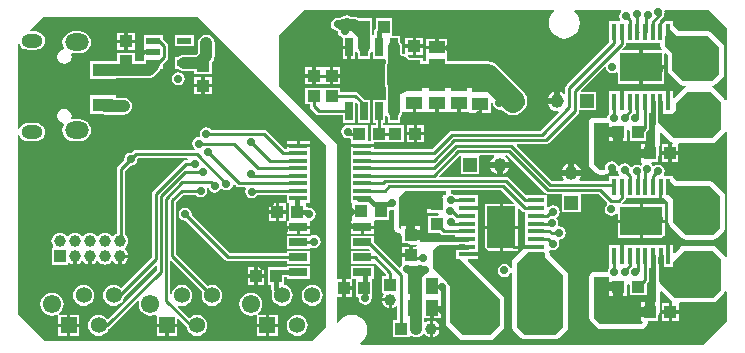
<source format=gbl>
G04*
G04 #@! TF.GenerationSoftware,Altium Limited,Altium Designer,18.1.9 (240)*
G04*
G04 Layer_Physical_Order=4*
G04 Layer_Color=16711680*
%FSLAX25Y25*%
%MOIN*%
G70*
G01*
G75*
%ADD12C,0.01575*%
%ADD16C,0.01000*%
%ADD17R,0.03937X0.04331*%
%ADD23R,0.04331X0.05512*%
%ADD24R,0.04331X0.03937*%
%ADD62C,0.03937*%
%ADD63C,0.02362*%
%ADD65C,0.07874*%
%ADD68R,0.05347X0.05347*%
%ADD69C,0.05347*%
%ADD70C,0.06102*%
%ADD71R,0.04528X0.04528*%
%ADD72C,0.04528*%
%ADD73R,0.04528X0.04528*%
%ADD74O,0.07874X0.05709*%
%ADD75O,0.07087X0.04528*%
%ADD76C,0.03937*%
%ADD77R,0.03937X0.03937*%
%ADD78R,0.03937X0.03937*%
%ADD79C,0.02756*%
%ADD80R,0.05512X0.04331*%
%ADD81R,0.02559X0.06004*%
%ADD82R,0.06004X0.02559*%
%ADD83R,0.06016X0.01713*%
%ADD84R,0.09685X0.13976*%
%ADD85R,0.05807X0.01772*%
%ADD86R,0.13976X0.09685*%
%ADD87R,0.01772X0.05807*%
%ADD88R,0.04803X0.02362*%
%ADD89R,0.06890X0.04488*%
G36*
X204107Y114165D02*
X203951Y114061D01*
X203472Y113345D01*
X203304Y112500D01*
X203472Y111655D01*
X203690Y111329D01*
X203423Y110829D01*
X200000D01*
Y103825D01*
X185784Y89609D01*
X185500Y89183D01*
X185400Y88681D01*
Y86819D01*
X184900Y86660D01*
X184323Y87103D01*
X183661Y87377D01*
Y84252D01*
X182677D01*
Y83268D01*
X179552D01*
X179826Y82606D01*
X180349Y81924D01*
X181031Y81401D01*
X181825Y81072D01*
X182677Y80960D01*
X183075Y81012D01*
X183308Y80539D01*
X176964Y74195D01*
X147484D01*
X146981Y74095D01*
X146555Y73810D01*
X140940Y68195D01*
X121555D01*
Y68787D01*
X113965D01*
Y67734D01*
Y65238D01*
Y62734D01*
Y60238D01*
Y57734D01*
Y55238D01*
Y52734D01*
Y50238D01*
X114370D01*
Y48031D01*
X117126D01*
Y46850D01*
X114370D01*
Y44713D01*
X114370Y44488D01*
X113984Y44213D01*
X113974D01*
Y42736D01*
X121553D01*
Y43988D01*
X121553Y44213D01*
X121939Y44488D01*
X126575D01*
Y47655D01*
X127075Y48066D01*
X127461Y47989D01*
X127858Y48068D01*
X128245Y47751D01*
X128245Y42126D01*
X128245Y42126D01*
X128322Y41735D01*
X128367Y41511D01*
X128715Y40991D01*
X128715Y40991D01*
X129096Y40610D01*
X129096Y40610D01*
X129616Y40262D01*
X130231Y40140D01*
X130678Y39719D01*
Y39567D01*
X130800Y38952D01*
X130905Y38795D01*
Y36811D01*
X132791D01*
X133244Y36509D01*
X133858Y36386D01*
X135705D01*
X135925Y36130D01*
X135730Y35630D01*
X134449D01*
Y32874D01*
X133858D01*
Y32283D01*
X130905D01*
Y30118D01*
X130905Y30118D01*
X130956Y29618D01*
X130539Y28995D01*
X130512Y28858D01*
X130033Y28713D01*
X121553Y37193D01*
Y39213D01*
X113974D01*
Y35079D01*
X119955D01*
X120359Y34675D01*
X120168Y34213D01*
X113974D01*
Y30079D01*
X121553D01*
Y30079D01*
X122010Y30268D01*
X125754Y26523D01*
Y25768D01*
X124311D01*
Y20256D01*
X124685D01*
X124932Y19756D01*
X124660Y19402D01*
X124382Y18731D01*
X124365Y18602D01*
X127067D01*
Y18012D01*
X127657D01*
Y15310D01*
X127786Y15327D01*
X128457Y15605D01*
X128916Y15957D01*
X129416Y15786D01*
Y11122D01*
X127972D01*
Y5610D01*
X133484D01*
Y5984D01*
X133984Y6231D01*
X134338Y5959D01*
X135009Y5681D01*
X135728Y5587D01*
X136448Y5681D01*
X137118Y5959D01*
X137694Y6401D01*
X137919Y6694D01*
X138538D01*
X138763Y6401D01*
X139339Y5959D01*
X140009Y5681D01*
X140138Y5664D01*
Y8366D01*
Y11068D01*
X140009Y11051D01*
X139339Y10773D01*
X138910Y10444D01*
X138410Y10644D01*
Y11811D01*
X140354D01*
Y15354D01*
X140945D01*
Y15945D01*
X143898D01*
Y18898D01*
X143898D01*
Y18898D01*
X143898D01*
Y21850D01*
X140945D01*
Y23031D01*
X144304D01*
X144360Y23055D01*
X144503Y22911D01*
X144634Y22824D01*
X144772Y22686D01*
X144860Y22554D01*
X145442Y21973D01*
Y10236D01*
X145442Y10236D01*
X145564Y9622D01*
X145912Y9101D01*
X150046Y4967D01*
X150567Y4619D01*
X151181Y4497D01*
X151181Y4497D01*
X160236D01*
X160851Y4619D01*
X161372Y4967D01*
X161372Y4967D01*
X164620Y8215D01*
X164968Y8736D01*
X165090Y9350D01*
X165090Y9350D01*
X165090Y18110D01*
X165090Y18110D01*
X164968Y18725D01*
X164620Y19246D01*
X152831Y31034D01*
X153022Y31496D01*
X156226D01*
Y32579D01*
X152535D01*
Y33638D01*
X152639Y33707D01*
X152649Y33723D01*
X152665Y33734D01*
X152690Y33760D01*
X156226D01*
Y34055D01*
Y36614D01*
Y39173D01*
Y41732D01*
Y44291D01*
Y46850D01*
Y47933D01*
X152535D01*
Y49114D01*
X156226D01*
Y49409D01*
Y52756D01*
X148845D01*
X148424Y52949D01*
X148018Y53221D01*
X147204Y53383D01*
Y54378D01*
X147297Y54491D01*
X164027D01*
X168154Y50363D01*
X167963Y49902D01*
X164693D01*
Y42717D01*
X169732D01*
Y48132D01*
X170194Y48324D01*
X170922Y47596D01*
X171348Y47311D01*
X171850Y47211D01*
X171978D01*
Y44291D01*
Y41732D01*
Y39173D01*
Y36319D01*
X175669D01*
Y35612D01*
X172807Y35562D01*
X172514Y35499D01*
X172220Y35440D01*
X172208Y35432D01*
X172195Y35429D01*
X171978Y35280D01*
Y35279D01*
X171948Y35258D01*
X171699Y35092D01*
X168058Y31450D01*
X167710Y30929D01*
X167587Y30315D01*
X167587Y30315D01*
Y28701D01*
X167134Y28608D01*
X167087Y28618D01*
X166620Y29317D01*
X165904Y29796D01*
X165059Y29964D01*
X164214Y29796D01*
X163498Y29317D01*
X163019Y28601D01*
X162851Y27756D01*
X163019Y26911D01*
X163498Y26195D01*
X164214Y25716D01*
X165059Y25548D01*
X165904Y25716D01*
X166620Y26195D01*
X167087Y26894D01*
X167134Y26904D01*
X167587Y26811D01*
Y9055D01*
X167587Y9055D01*
X167710Y8441D01*
X168058Y7920D01*
X168058Y7920D01*
X170715Y5262D01*
X171236Y4914D01*
X171850Y4792D01*
X171851Y4792D01*
X182087D01*
X182087Y4792D01*
X182701Y4914D01*
X183222Y5262D01*
X183222Y5262D01*
X185781Y7821D01*
X186129Y8342D01*
X186251Y8957D01*
X186251Y8957D01*
Y25984D01*
X186251Y25984D01*
X186129Y26599D01*
X185781Y27120D01*
X180149Y32752D01*
Y33698D01*
X180148Y33705D01*
X180149Y33712D01*
X180086Y34013D01*
X180032Y34288D01*
X180189Y34499D01*
X180196Y34507D01*
X180395Y34665D01*
X181201Y34505D01*
X182046Y34673D01*
X182762Y35151D01*
X183240Y35868D01*
X183409Y36713D01*
X183240Y37558D01*
X183221Y37586D01*
X183485Y38091D01*
X184113Y38216D01*
X184829Y38695D01*
X185307Y39411D01*
X185476Y40256D01*
X185307Y41101D01*
X184829Y41817D01*
X184113Y42296D01*
X183268Y42464D01*
X183098Y42430D01*
X182820Y42846D01*
X182827Y42856D01*
X182995Y43701D01*
X182827Y44546D01*
X182349Y45262D01*
Y45275D01*
X182959Y45683D01*
X183437Y46399D01*
X183605Y47244D01*
X183437Y48089D01*
X182959Y48805D01*
X182243Y49284D01*
X181398Y49452D01*
X180553Y49284D01*
X179860Y48821D01*
X179625Y48869D01*
X179360Y48950D01*
Y52756D01*
X172230D01*
X166467Y58519D01*
X166042Y58803D01*
X165539Y58903D01*
X143598D01*
X143406Y59365D01*
X150095Y66053D01*
X150591Y65842D01*
X150591Y65707D01*
Y59941D01*
X156693D01*
Y65707D01*
X156693Y66043D01*
X157125Y66207D01*
X161491D01*
X161661Y65707D01*
X161156Y65320D01*
X160633Y64638D01*
X160359Y63976D01*
X166609D01*
X166335Y64638D01*
X165812Y65320D01*
X165307Y65707D01*
X165477Y66207D01*
X166090D01*
X178698Y53599D01*
X179124Y53315D01*
X179626Y53215D01*
X184350D01*
Y47343D01*
X190453D01*
Y53215D01*
X196503D01*
X199307Y50412D01*
X199243Y49768D01*
X199128Y49691D01*
X198649Y48975D01*
X198481Y48130D01*
X198649Y47285D01*
X199128Y46569D01*
X199844Y46090D01*
X200689Y45922D01*
X201534Y46090D01*
X202250Y46569D01*
X202453Y46872D01*
X202953Y46720D01*
Y44732D01*
X210138D01*
Y49772D01*
X204500D01*
X204293Y50272D01*
X205259Y51237D01*
X205543Y51663D01*
X205614Y52018D01*
X216535D01*
Y55709D01*
X217717D01*
Y52018D01*
X218384D01*
X218394Y51999D01*
X218417Y51981D01*
X218432Y51956D01*
X218707Y51662D01*
X218730Y51645D01*
X218746Y51621D01*
X219654Y50713D01*
Y43855D01*
X219776Y43241D01*
X220125Y42720D01*
X220125Y42720D01*
X224314Y38530D01*
X224835Y38182D01*
X225450Y38060D01*
X225450Y38060D01*
X234744D01*
X234744Y38060D01*
X235359Y38182D01*
X235879Y38530D01*
X235879Y38530D01*
X238242Y40892D01*
X238590Y41413D01*
X238712Y42028D01*
X238712Y42028D01*
Y52461D01*
X238712Y52461D01*
X238590Y53075D01*
X238242Y53596D01*
X234797Y57041D01*
X234276Y57389D01*
X233661Y57511D01*
X233661Y57511D01*
X222614D01*
X221515Y58610D01*
X221358Y58715D01*
Y59400D01*
X218421D01*
X218185Y59841D01*
X218280Y59982D01*
X218448Y60827D01*
X218280Y61672D01*
X217801Y62388D01*
X217085Y62866D01*
X216240Y63034D01*
X215395Y62866D01*
X215079Y62655D01*
X214654Y62459D01*
X214438Y62782D01*
X214175Y63175D01*
X214080Y63239D01*
X214185Y63770D01*
X214197Y63772D01*
X214355Y63878D01*
X216339D01*
Y65764D01*
X216641Y66216D01*
X216763Y66831D01*
Y69270D01*
X216838Y69382D01*
X216960Y69996D01*
Y73620D01*
X217422Y73811D01*
X220617Y70617D01*
X221115Y70283D01*
X221122Y70246D01*
X220960Y69783D01*
X220866D01*
Y67421D01*
X223031D01*
Y69646D01*
X223031Y69783D01*
X223363Y70146D01*
X234374D01*
X234374Y70146D01*
X234988Y70268D01*
X235509Y70617D01*
X238439Y73546D01*
X238772Y74044D01*
X238809Y74051D01*
X239272Y73888D01*
Y32486D01*
X238809Y32323D01*
X238772Y32330D01*
X238439Y32828D01*
X238439Y32828D01*
X235732Y35535D01*
X235211Y35883D01*
X234596Y36005D01*
X234596Y36005D01*
X224902D01*
X224287Y35883D01*
X223766Y35535D01*
X223469Y35090D01*
X221820Y33441D01*
X221358Y33633D01*
Y36266D01*
X220276D01*
Y32575D01*
X219618D01*
Y32586D01*
X219567Y32839D01*
X219535Y33094D01*
X219507Y33144D01*
X219495Y33200D01*
X219352Y33415D01*
X219224Y33639D01*
X219179Y33674D01*
X219147Y33721D01*
X219094Y33757D01*
Y36266D01*
X204921D01*
Y32575D01*
X203740D01*
Y36266D01*
X200098D01*
Y28884D01*
X199905Y28464D01*
X199634Y28058D01*
X199472Y27244D01*
X194980D01*
X194366Y27121D01*
X193845Y26773D01*
X193497Y26252D01*
X193375Y25638D01*
Y11858D01*
X193375Y11858D01*
X193497Y11244D01*
X193845Y10723D01*
X195813Y8754D01*
X195813Y8754D01*
X196334Y8406D01*
X196949Y8284D01*
X196949Y8284D01*
X210728D01*
X210728Y8284D01*
X211343Y8406D01*
X211864Y8754D01*
X211864Y8754D01*
X212323Y9214D01*
X212323Y9214D01*
X212671Y9735D01*
X212793Y10349D01*
X212781Y10409D01*
X213099Y10796D01*
X213681D01*
X214296Y10918D01*
X214454Y11024D01*
X216437D01*
Y12909D01*
X216739Y13362D01*
X216862Y13976D01*
Y16416D01*
X216936Y16527D01*
X217058Y17142D01*
Y20667D01*
X217520Y20858D01*
X220813Y17565D01*
X221017Y17429D01*
X220965Y17255D01*
Y14567D01*
X223130D01*
Y16595D01*
X223130Y16929D01*
X223561Y17095D01*
X234598D01*
X235213Y17217D01*
X235734Y17565D01*
X235734Y17566D01*
X238439Y20270D01*
X238772Y20769D01*
X238809Y20776D01*
X239272Y20613D01*
Y11024D01*
X231299Y3051D01*
X117117D01*
X116947Y3551D01*
X117824Y4224D01*
X118644Y5293D01*
X119160Y6538D01*
X119335Y7874D01*
X119160Y9210D01*
X118644Y10455D01*
X117824Y11524D01*
X116754Y12345D01*
X115509Y12860D01*
X114173Y13036D01*
X112837Y12860D01*
X111592Y12345D01*
X110523Y11524D01*
X109703Y10455D01*
X109653Y10337D01*
X109153Y10436D01*
Y18898D01*
X111024D01*
Y21850D01*
Y24803D01*
X109153D01*
Y70079D01*
X89961Y89272D01*
Y106299D01*
X96161Y112500D01*
X98327Y114665D01*
X181626D01*
X181787Y114192D01*
X181389Y113886D01*
X180569Y112817D01*
X180053Y111572D01*
X179877Y110236D01*
X180053Y108900D01*
X180569Y107655D01*
X181389Y106586D01*
X182458Y105766D01*
X183703Y105250D01*
X185039Y105074D01*
X186375Y105250D01*
X187620Y105766D01*
X188690Y106586D01*
X189510Y107655D01*
X190026Y108900D01*
X190202Y110236D01*
X190026Y111572D01*
X189510Y112817D01*
X188690Y113886D01*
X188292Y114192D01*
X188452Y114665D01*
X203955D01*
X204107Y114165D01*
D02*
G37*
G36*
X62911Y112303D02*
X75098Y100115D01*
X89173Y85925D01*
X105512Y69587D01*
Y8957D01*
X100886Y4331D01*
X11811D01*
X2854Y13287D01*
X2854Y72836D01*
X3354Y72935D01*
X3595Y72355D01*
X4084Y71718D01*
X4721Y71228D01*
X5463Y70921D01*
X6260Y70816D01*
X8819D01*
X9615Y70921D01*
X10358Y71228D01*
X10995Y71718D01*
X11484Y72355D01*
X11791Y73097D01*
X11896Y73894D01*
X11791Y74690D01*
X11484Y75432D01*
X10995Y76070D01*
X10358Y76559D01*
X9615Y76866D01*
X8819Y76971D01*
X6260D01*
X5463Y76866D01*
X4721Y76559D01*
X4084Y76070D01*
X3595Y75432D01*
X3354Y74852D01*
X2854Y74952D01*
Y103348D01*
X3354Y103447D01*
X3595Y102867D01*
X4084Y102229D01*
X4721Y101740D01*
X5463Y101433D01*
X6260Y101328D01*
X8819D01*
X9615Y101433D01*
X10358Y101740D01*
X10995Y102229D01*
X11484Y102867D01*
X11791Y103609D01*
X11896Y104405D01*
X11791Y105202D01*
X11484Y105944D01*
X10995Y106582D01*
X10358Y107071D01*
X9615Y107378D01*
X8819Y107483D01*
X7250D01*
X7059Y107945D01*
X11417Y112303D01*
X62911Y112303D01*
D02*
G37*
G36*
X222667Y105807D02*
X233071D01*
X236713Y102165D01*
Y93209D01*
X234449Y90945D01*
X224606D01*
X221063Y94488D01*
Y100295D01*
X218701Y102657D01*
Y103447D01*
Y105905D01*
X218799Y106004D01*
X218898Y108661D01*
X219813D01*
X222667Y105807D01*
D02*
G37*
G36*
X217095Y102657D02*
X217095Y102657D01*
X217217Y102043D01*
X217446Y101701D01*
X217215Y101201D01*
X211221D01*
Y96161D01*
X218406D01*
Y100029D01*
X218867Y100220D01*
X219457Y99630D01*
Y94488D01*
X219457Y94488D01*
X219580Y93874D01*
X219928Y93353D01*
X219928Y93353D01*
X223471Y89810D01*
X223992Y89461D01*
X224606Y89339D01*
X224606Y89339D01*
X225684D01*
X225733Y88839D01*
X225468Y88787D01*
X224947Y88438D01*
X224947Y88438D01*
X221722Y85213D01*
X221260Y85404D01*
Y87695D01*
X220177D01*
Y84004D01*
X219216D01*
X219049Y84254D01*
X218996Y84306D01*
Y87695D01*
X204823D01*
Y84004D01*
X203642D01*
Y87695D01*
X200000D01*
Y80313D01*
X199807Y79893D01*
X199535Y79487D01*
X199373Y78673D01*
X194882D01*
X194267Y78550D01*
X193746Y78202D01*
X193398Y77681D01*
X193276Y77067D01*
Y63287D01*
X193276Y63287D01*
X193398Y62673D01*
X193746Y62152D01*
X195715Y60184D01*
X195715Y60184D01*
X196236Y59835D01*
X196850Y59713D01*
X196851Y59713D01*
X198323D01*
X198401Y59729D01*
X198480Y59721D01*
X198706Y59789D01*
X198937Y59835D01*
X199003Y59880D01*
X199080Y59903D01*
X199262Y60052D01*
X199458Y60184D01*
X199502Y60250D01*
X199564Y60300D01*
X199881Y60687D01*
X199918Y60757D01*
X199975Y60813D01*
X200065Y61031D01*
X200176Y61239D01*
X200184Y61319D01*
X200215Y61392D01*
Y61628D01*
X200238Y61863D01*
X200215Y61939D01*
Y61997D01*
X200260Y62226D01*
X200384Y62411D01*
X200569Y62535D01*
X200787Y62578D01*
X201006Y62535D01*
X201191Y62411D01*
X201377Y62133D01*
X201532Y61758D01*
X201975Y61315D01*
X202554Y61075D01*
X202955Y60995D01*
X203078Y60376D01*
X203397Y59900D01*
X203129Y59400D01*
X200098D01*
Y57628D01*
X190144D01*
X189898Y58128D01*
X190252Y58590D01*
X190527Y59252D01*
X187402D01*
X184277D01*
X184551Y58590D01*
X184906Y58128D01*
X184659Y57628D01*
X180910D01*
X169218Y69320D01*
X169409Y69782D01*
X178870D01*
X179372Y69882D01*
X179798Y70166D01*
X189511Y79879D01*
X189795Y80305D01*
X189895Y80807D01*
Y81201D01*
X195571D01*
Y87303D01*
X190699D01*
X190507Y87765D01*
X198402Y95660D01*
X198915Y95466D01*
X199043Y94824D01*
X199522Y94108D01*
X200238Y93630D01*
X201083Y93462D01*
X201928Y93630D01*
X202354Y93915D01*
X202854Y93647D01*
Y89941D01*
X210039D01*
Y95571D01*
Y101201D01*
X204596D01*
X204405Y101663D01*
X205160Y102418D01*
X205445Y102844D01*
X205545Y103347D01*
Y103447D01*
X217095D01*
Y102657D01*
D02*
G37*
G36*
X239272Y108563D02*
Y84651D01*
X238809Y84488D01*
X238772Y84495D01*
X238439Y84994D01*
X238439Y84994D01*
X234994Y88438D01*
X234473Y88787D01*
X234429Y89305D01*
X234449Y89339D01*
X235063Y89461D01*
X235584Y89810D01*
X235584Y89810D01*
X237848Y92073D01*
X238196Y92594D01*
X238318Y93209D01*
X238318Y93209D01*
Y102165D01*
X238196Y102780D01*
X237848Y103301D01*
X237848Y103301D01*
X234206Y106942D01*
X233685Y107290D01*
X233071Y107413D01*
X233071Y107413D01*
X223332D01*
X221260Y109485D01*
Y110829D01*
X217275D01*
X217084Y111291D01*
X217987Y112193D01*
X218271Y112619D01*
X218371Y113121D01*
X218344Y113257D01*
X218448Y113779D01*
X218371Y114165D01*
X218781Y114665D01*
X233169D01*
X239272Y108563D01*
D02*
G37*
G36*
X237303Y83858D02*
Y74681D01*
X234374Y71752D01*
X221752D01*
X216960Y76544D01*
Y80100D01*
X216838Y80715D01*
X216490Y81236D01*
X216142Y81468D01*
Y83760D01*
X217028Y84004D01*
X217913Y83118D01*
Y80313D01*
X218014D01*
X218406Y79921D01*
X220866Y79921D01*
X221258Y80313D01*
X221260D01*
Y80315D01*
X222146Y81201D01*
Y83366D01*
X226083Y87303D01*
X233858D01*
X237303Y83858D01*
D02*
G37*
G36*
X215354Y69996D02*
X215158D01*
Y66831D01*
X213583D01*
Y65256D01*
X210614D01*
Y63665D01*
X210887D01*
X211035Y63229D01*
X211046Y63165D01*
X210585Y62475D01*
X209998Y62866D01*
X209154Y63034D01*
X208309Y62866D01*
X207592Y62388D01*
X207568Y62351D01*
X206967D01*
X206679Y62782D01*
X205963Y63260D01*
X205118Y63428D01*
X204273Y63260D01*
X203557Y62782D01*
X203398Y62544D01*
X202868Y62650D01*
X202827Y62853D01*
X202348Y63569D01*
X201632Y64048D01*
X200787Y64216D01*
X199943Y64048D01*
X199226Y63569D01*
X198748Y62853D01*
X198580Y62008D01*
X198640Y61705D01*
X198323Y61319D01*
X196850D01*
X194882Y63287D01*
Y77067D01*
X199945D01*
Y75492D01*
X202913D01*
Y73917D01*
X204488D01*
Y70752D01*
X205882D01*
Y74469D01*
X206344Y74660D01*
X206850Y74154D01*
Y70964D01*
X212362D01*
Y73892D01*
X212838Y74367D01*
X213122Y74793D01*
X213222Y75295D01*
Y80100D01*
X215354D01*
Y69996D01*
D02*
G37*
G36*
X221949Y55905D02*
X233661D01*
X237106Y52461D01*
Y42028D01*
X234744Y39665D01*
X225450D01*
X221260Y43855D01*
Y51378D01*
X219882Y52756D01*
X219608Y53051D01*
X219911Y57300D01*
X220380Y57475D01*
X221949Y55905D01*
D02*
G37*
G36*
X145598Y52811D02*
X144095D01*
Y49843D01*
X142520D01*
Y48268D01*
X139354D01*
Y46874D01*
X143000D01*
X143192Y46412D01*
X142685Y45906D01*
X139567D01*
Y40394D01*
X143419D01*
X143895Y39918D01*
X144320Y39634D01*
X144823Y39534D01*
X148632D01*
Y37402D01*
X137024D01*
Y37992D01*
X133858D01*
Y39567D01*
X132283D01*
Y42535D01*
X130693D01*
Y41937D01*
X130231Y41745D01*
X129850Y42126D01*
X129850Y52291D01*
X131937Y54378D01*
X145598D01*
Y52811D01*
D02*
G37*
G36*
X237303Y31693D02*
Y21406D01*
X234598Y18701D01*
X221949D01*
X217058Y23591D01*
Y28671D01*
X216936Y29286D01*
X216588Y29807D01*
X216240Y30039D01*
Y32344D01*
X216606Y32685D01*
X218012Y32586D01*
Y28884D01*
X221358D01*
Y30709D01*
X224902Y34252D01*
Y34400D01*
X234596D01*
X237303Y31693D01*
D02*
G37*
G36*
X215453Y17142D02*
X215256D01*
Y13976D01*
X213681D01*
Y12402D01*
X210713D01*
Y10811D01*
X210996D01*
X211188Y10349D01*
X210728Y9890D01*
X196949D01*
X194980Y11858D01*
Y25638D01*
X199572D01*
X200043Y25569D01*
Y23979D01*
X203012D01*
Y22404D01*
X204587D01*
Y19239D01*
X205980D01*
Y23040D01*
X206442Y23231D01*
X206949Y22724D01*
Y19451D01*
X212461D01*
Y23304D01*
X212936Y23779D01*
X213221Y24205D01*
X213320Y24707D01*
Y28671D01*
X215453D01*
Y17142D01*
D02*
G37*
G36*
X178543Y33698D02*
Y32087D01*
X184646Y25984D01*
Y8957D01*
X182087Y6398D01*
X171850D01*
X169193Y9055D01*
Y30315D01*
X172835Y33957D01*
X178187Y34049D01*
X178543Y33698D01*
D02*
G37*
G36*
X151848Y35204D02*
X151503Y34843D01*
X148845D01*
Y31496D01*
X150098D01*
X163484Y18110D01*
X163484Y9350D01*
X160236Y6102D01*
X151181D01*
X147047Y10236D01*
Y22638D01*
X145996Y23689D01*
X145852Y23904D01*
X145638Y24047D01*
X143898Y25787D01*
Y25984D01*
X143701D01*
X141142Y28543D01*
Y34362D01*
X142576Y35796D01*
X148632D01*
X149246Y35918D01*
X149767Y36266D01*
X150000Y36614D01*
X151781D01*
X151848Y35204D01*
D02*
G37*
%LPC*%
G36*
X112598Y112838D02*
X111753Y112670D01*
X111037Y112191D01*
X111028Y112177D01*
X110698Y112134D01*
X110157Y111909D01*
X109449Y112050D01*
X108604Y111882D01*
X107888Y111404D01*
X107409Y110687D01*
X107241Y109843D01*
X107409Y108998D01*
X107888Y108281D01*
X108604Y107803D01*
X109315Y107661D01*
X109452Y107483D01*
X109630Y107347D01*
X109771Y106635D01*
X110250Y105919D01*
X110966Y105441D01*
X111161Y105402D01*
Y102697D01*
X113228D01*
Y102106D01*
X113819D01*
Y98317D01*
X115295D01*
Y100679D01*
X115795Y100779D01*
X115821Y100716D01*
X116161Y100273D01*
Y98317D01*
X120295D01*
Y100273D01*
X120636Y100716D01*
X120661Y100779D01*
X121161Y100679D01*
Y98317D01*
X125295D01*
X125449Y97881D01*
Y96961D01*
X125318Y96647D01*
X125156Y95413D01*
Y90449D01*
X125318Y89215D01*
X125449Y88901D01*
Y84978D01*
X125295Y84541D01*
X124949Y84541D01*
X121161D01*
Y76963D01*
X122113D01*
Y76319D01*
X120669D01*
Y71022D01*
X119488D01*
Y76319D01*
X113976D01*
Y76319D01*
X113476Y76171D01*
X112922Y76281D01*
X112077Y76113D01*
X111361Y75634D01*
X110883Y74918D01*
X110714Y74073D01*
X110883Y73228D01*
X111361Y72512D01*
X112077Y72034D01*
X112922Y71865D01*
X113476Y71976D01*
X113966Y71625D01*
X113976Y71604D01*
Y71022D01*
X113965D01*
Y69968D01*
X121555D01*
Y70413D01*
X131496D01*
Y76319D01*
X124738D01*
Y76963D01*
X125295D01*
Y79325D01*
X125795Y79424D01*
X125821Y79362D01*
X126161Y78919D01*
Y76963D01*
X130295D01*
Y78919D01*
X130636Y79362D01*
X130913Y80032D01*
X130996Y80661D01*
X131496Y80650D01*
Y80650D01*
X134449D01*
Y83602D01*
X135630D01*
Y80650D01*
X138476D01*
X138583Y80650D01*
X138976D01*
X139083Y80650D01*
X141929D01*
Y83602D01*
X143110D01*
Y80650D01*
X145957D01*
X146063Y80650D01*
X146457D01*
X146563Y80650D01*
X149409D01*
Y83602D01*
X150591D01*
Y80650D01*
X153182D01*
X153543Y80315D01*
X153905Y80315D01*
X156496D01*
Y83268D01*
X157677D01*
Y80315D01*
X160630D01*
Y83693D01*
X161130Y83929D01*
X161227Y83849D01*
X161178Y83602D01*
X161346Y82758D01*
X161825Y82041D01*
X162541Y81563D01*
X163386Y81395D01*
X163925Y81502D01*
X164544Y80883D01*
X165531Y80125D01*
X166680Y79649D01*
X167913Y79487D01*
X169147Y79649D01*
X170296Y80125D01*
X171283Y80883D01*
X172040Y81869D01*
X172238Y82348D01*
X172512Y82758D01*
X172680Y83602D01*
X172628Y83866D01*
X172679Y84252D01*
X172516Y85485D01*
X172040Y86635D01*
X171283Y87621D01*
X169344Y89560D01*
X162877Y96027D01*
X161890Y96784D01*
X160741Y97260D01*
X159508Y97423D01*
X146416D01*
X146063Y97776D01*
X146063Y99154D01*
X146063Y99654D01*
Y101516D01*
X142520D01*
X138976D01*
Y99654D01*
X138976Y99154D01*
X138976Y98654D01*
Y97423D01*
X137992D01*
Y98563D01*
X133459D01*
X133291Y98783D01*
X132690Y99244D01*
X132859Y99744D01*
X134449D01*
Y101909D01*
X132087D01*
Y100171D01*
X131587Y99837D01*
X131155Y100016D01*
X131008Y100036D01*
Y102106D01*
X130913Y102826D01*
X130636Y103496D01*
X130295Y103940D01*
Y105896D01*
X127677D01*
Y111752D01*
X122165D01*
Y108314D01*
X122093Y108242D01*
X121745Y107721D01*
X121623Y107106D01*
X121623Y107106D01*
Y106346D01*
X121547Y106308D01*
X121432Y106313D01*
X121008Y106597D01*
Y108799D01*
X120984Y108980D01*
Y111752D01*
X116486D01*
X116350Y111856D01*
X115680Y112134D01*
X114961Y112229D01*
X114103D01*
X113443Y112670D01*
X112598Y112838D01*
D02*
G37*
G36*
X137992Y105256D02*
X135630D01*
Y103091D01*
X137992D01*
Y105256D01*
D02*
G37*
G36*
X134449D02*
X132087D01*
Y103091D01*
X134449D01*
Y105256D01*
D02*
G37*
G36*
X146063Y105059D02*
X143110D01*
Y102697D01*
X146063D01*
Y105059D01*
D02*
G37*
G36*
X141929D02*
X138976D01*
Y102697D01*
X141929D01*
Y105059D01*
D02*
G37*
G36*
X137992Y101909D02*
X135630D01*
Y99744D01*
X137992D01*
Y101909D01*
D02*
G37*
G36*
X112638Y101516D02*
X111161D01*
Y98317D01*
X112638D01*
Y101516D01*
D02*
G37*
G36*
X100984Y95413D02*
X98622D01*
Y93248D01*
X100984D01*
Y95413D01*
D02*
G37*
G36*
X108071D02*
Y93248D01*
X110433D01*
Y95413D01*
X108071D01*
D02*
G37*
G36*
X110433Y92067D02*
X108071D01*
Y89902D01*
X110433D01*
Y92067D01*
D02*
G37*
G36*
X100984Y92067D02*
X98622D01*
Y89902D01*
X100984D01*
Y92067D01*
D02*
G37*
G36*
X104527Y95413D02*
X104027Y95413D01*
X102165D01*
Y92658D01*
X101575D01*
D01*
X102165D01*
Y89902D01*
X104027D01*
X104527Y89902D01*
X105027Y89902D01*
X106890D01*
Y92658D01*
Y95413D01*
X105027D01*
X104527Y95413D01*
D02*
G37*
G36*
X181693Y87377D02*
X181031Y87103D01*
X180349Y86580D01*
X179826Y85898D01*
X179552Y85236D01*
X181693D01*
Y87377D01*
D02*
G37*
G36*
X104527Y88721D02*
X104527Y88721D01*
X98622D01*
Y83209D01*
X100262D01*
Y82421D01*
X100362Y81919D01*
X100647Y81493D01*
X102316Y79824D01*
X102742Y79539D01*
X103244Y79439D01*
X111161D01*
Y76963D01*
X115295D01*
Y83514D01*
X115757Y83705D01*
X116161Y83301D01*
Y76963D01*
X120295D01*
Y84541D01*
X118634D01*
X116282Y86893D01*
X115857Y87177D01*
X115354Y87277D01*
X110433D01*
Y88721D01*
X105027D01*
X104527Y88721D01*
Y88721D01*
D02*
G37*
G36*
X138189Y76319D02*
X136024D01*
Y73957D01*
X138189D01*
Y76319D01*
D02*
G37*
G36*
X134843D02*
X132677D01*
Y73957D01*
X134843D01*
Y76319D01*
D02*
G37*
G36*
X138189Y72776D02*
X136024D01*
Y70413D01*
X138189D01*
Y72776D01*
D02*
G37*
G36*
X134843D02*
X132677D01*
Y70413D01*
X134843D01*
Y72776D01*
D02*
G37*
G36*
X219685Y69783D02*
X217520D01*
Y67421D01*
X219685D01*
Y69783D01*
D02*
G37*
G36*
X223031Y66240D02*
X220866D01*
Y63878D01*
X223031D01*
Y66240D01*
D02*
G37*
G36*
X219685D02*
X217520D01*
Y63878D01*
X219685D01*
Y66240D01*
D02*
G37*
G36*
X166609Y62008D02*
X164469D01*
Y59867D01*
X165130Y60141D01*
X165812Y60664D01*
X166335Y61346D01*
X166609Y62008D01*
D02*
G37*
G36*
X162500D02*
X160359D01*
X160633Y61346D01*
X161156Y60664D01*
X161838Y60141D01*
X162500Y59867D01*
Y62008D01*
D02*
G37*
G36*
X218504Y49772D02*
X211319D01*
Y44732D01*
X218504D01*
Y49772D01*
D02*
G37*
G36*
X163512Y49902D02*
X158472D01*
Y42717D01*
X163512D01*
Y49902D01*
D02*
G37*
G36*
X121553Y41555D02*
X118354D01*
Y40079D01*
X121553D01*
Y41555D01*
D02*
G37*
G36*
X117173D02*
X113974D01*
Y40079D01*
X117173D01*
Y41555D01*
D02*
G37*
G36*
X218504Y43551D02*
X211319D01*
Y38512D01*
X218504D01*
Y43551D01*
D02*
G37*
G36*
X210138D02*
X202953D01*
Y38512D01*
X210138D01*
Y43551D01*
D02*
G37*
G36*
X169732Y41535D02*
X164693D01*
Y34350D01*
X169732D01*
Y41535D01*
D02*
G37*
G36*
X163512D02*
X158472D01*
Y34350D01*
X163512D01*
Y41535D01*
D02*
G37*
G36*
X133268Y35630D02*
X130905D01*
Y33465D01*
X133268D01*
Y35630D01*
D02*
G37*
G36*
X114370Y21260D02*
X112205D01*
Y18898D01*
X114370D01*
Y21260D01*
D02*
G37*
G36*
X121553Y29213D02*
X113974D01*
Y25303D01*
X113974Y25079D01*
X113589Y24803D01*
X112205D01*
Y22441D01*
X114370D01*
Y24579D01*
X114370Y24803D01*
X114756Y25079D01*
X115165D01*
X115551Y24803D01*
Y18898D01*
X116177D01*
X116495Y18511D01*
X116493Y18504D01*
X116661Y17659D01*
X117140Y16943D01*
X117856Y16464D01*
X118701Y16296D01*
X119546Y16464D01*
X120262Y16943D01*
X120740Y17659D01*
X120901Y18465D01*
X121063Y18898D01*
X121063Y19360D01*
Y24803D01*
X121449Y25079D01*
X121553D01*
Y29213D01*
D02*
G37*
G36*
X126476Y17421D02*
X124365D01*
X124382Y17292D01*
X124660Y16622D01*
X125101Y16046D01*
X125677Y15605D01*
X126347Y15327D01*
X126476Y15310D01*
Y17421D01*
D02*
G37*
G36*
X219783Y16929D02*
X217618D01*
Y14567D01*
X219783D01*
Y16929D01*
D02*
G37*
G36*
X143898Y14764D02*
X141535D01*
Y11811D01*
X143898D01*
Y14764D01*
D02*
G37*
G36*
X223130Y13386D02*
X220965D01*
Y11024D01*
X223130D01*
Y13386D01*
D02*
G37*
G36*
X219783D02*
X217618D01*
Y11024D01*
X219783D01*
Y13386D01*
D02*
G37*
G36*
X141319Y11068D02*
Y8957D01*
X143430D01*
X143413Y9086D01*
X143136Y9756D01*
X142694Y10332D01*
X142118Y10773D01*
X141448Y11051D01*
X141319Y11068D01*
D02*
G37*
G36*
X143430Y7776D02*
X141319D01*
Y5664D01*
X141448Y5681D01*
X142118Y5959D01*
X142694Y6401D01*
X143136Y6976D01*
X143413Y7647D01*
X143430Y7776D01*
D02*
G37*
G36*
X41929Y106890D02*
X39567D01*
Y104724D01*
X41929D01*
Y106890D01*
D02*
G37*
G36*
X38386D02*
X36024D01*
Y104724D01*
X38386D01*
Y106890D01*
D02*
G37*
G36*
X61535Y106354D02*
X55158D01*
Y102417D01*
X61535D01*
Y106354D01*
D02*
G37*
G36*
X41929Y103543D02*
X39567D01*
Y101378D01*
X41929D01*
Y103543D01*
D02*
G37*
G36*
X38386D02*
X36024D01*
Y101378D01*
X38386D01*
Y103543D01*
D02*
G37*
G36*
X23583Y107488D02*
X21417D01*
X20467Y107363D01*
X19581Y106996D01*
X18820Y106412D01*
X18236Y105651D01*
X17869Y104766D01*
X17744Y103815D01*
X17869Y102864D01*
X18236Y101978D01*
X18310Y101883D01*
X18091Y101346D01*
X17445Y101217D01*
X16663Y100695D01*
X16141Y99914D01*
X15958Y98992D01*
X16141Y98070D01*
X16663Y97289D01*
X17445Y96767D01*
X18366Y96584D01*
X19288Y96767D01*
X20069Y97289D01*
X20591Y98070D01*
X20775Y98992D01*
X20626Y99742D01*
X20897Y100123D01*
X21004Y100196D01*
X21417Y100142D01*
X23583D01*
X24533Y100267D01*
X25419Y100634D01*
X26180Y101218D01*
X26764Y101978D01*
X27131Y102864D01*
X27256Y103815D01*
X27131Y104766D01*
X26764Y105651D01*
X26180Y106412D01*
X25419Y106996D01*
X24533Y107363D01*
X23583Y107488D01*
D02*
G37*
G36*
X51221Y106354D02*
X44842D01*
Y102417D01*
Y101236D01*
X48031D01*
Y100055D01*
X44842D01*
Y97484D01*
X41929D01*
Y100197D01*
X36024D01*
Y97755D01*
X35531Y97736D01*
Y97736D01*
X27067D01*
Y91673D01*
X35531D01*
Y91925D01*
X46476D01*
X47196Y92020D01*
X47866Y92298D01*
X48442Y92739D01*
X49800Y94098D01*
X50242Y94673D01*
X50351Y94937D01*
X51221D01*
Y96530D01*
X52649Y97958D01*
X52933Y98383D01*
X53033Y98886D01*
Y102610D01*
X52933Y103113D01*
X52649Y103538D01*
X51221Y104967D01*
Y106354D01*
D02*
G37*
G36*
X65748Y106323D02*
X65029Y106228D01*
X64358Y105951D01*
X63783Y105509D01*
X63341Y104933D01*
X63063Y104263D01*
X62968Y103543D01*
Y100364D01*
X62290Y99685D01*
X58346D01*
X57627Y99590D01*
X56957Y99313D01*
X56385Y98874D01*
X55158D01*
Y94937D01*
X56385D01*
X56957Y94498D01*
X57627Y94221D01*
X58346Y94126D01*
X61614D01*
Y93307D01*
X67520D01*
Y97053D01*
X67714Y97247D01*
X68155Y97823D01*
X68433Y98493D01*
X68528Y99213D01*
Y103543D01*
X68433Y104263D01*
X68155Y104933D01*
X67714Y105509D01*
X67138Y105951D01*
X66467Y106228D01*
X65748Y106323D01*
D02*
G37*
G36*
X67520Y92126D02*
X65158D01*
Y89961D01*
X67520D01*
Y92126D01*
D02*
G37*
G36*
X63976D02*
X61614D01*
Y89961D01*
X63976D01*
Y92126D01*
D02*
G37*
G36*
X56348Y93842D02*
X55503Y93674D01*
X54787Y93195D01*
X54309Y92479D01*
X54141Y91634D01*
X54309Y90789D01*
X54787Y90073D01*
X55503Y89594D01*
X56348Y89426D01*
X57193Y89594D01*
X57910Y90073D01*
X58388Y90789D01*
X58556Y91634D01*
X58388Y92479D01*
X57910Y93195D01*
X57193Y93674D01*
X56348Y93842D01*
D02*
G37*
G36*
X67520Y88779D02*
X65158D01*
Y86614D01*
X67520D01*
Y88779D01*
D02*
G37*
G36*
X63976D02*
X61614D01*
Y86614D01*
X63976D01*
Y88779D01*
D02*
G37*
G36*
X35531Y86083D02*
X27067D01*
Y80020D01*
X30609D01*
X31151Y79795D01*
X31870Y79701D01*
X38118D01*
X38838Y79795D01*
X39508Y80073D01*
X40084Y80515D01*
X40525Y81090D01*
X40803Y81761D01*
X40898Y82480D01*
X40803Y83200D01*
X40525Y83870D01*
X40084Y84446D01*
X39508Y84888D01*
X38838Y85165D01*
X38118Y85260D01*
X35531D01*
Y86083D01*
D02*
G37*
G36*
X65748Y75436D02*
X64903Y75268D01*
X64187Y74790D01*
X63708Y74073D01*
X63540Y73228D01*
X63645Y72699D01*
X63227Y72273D01*
X63158Y72286D01*
X62313Y72118D01*
X61597Y71640D01*
X61118Y70924D01*
X60950Y70079D01*
X61118Y69234D01*
X61597Y68518D01*
X61850Y68348D01*
X61699Y67848D01*
X42224D01*
X41722Y67748D01*
X41296Y67464D01*
X40844Y67012D01*
X40551Y67070D01*
X39706Y66902D01*
X38990Y66423D01*
X38511Y65707D01*
X38343Y64862D01*
X38402Y64569D01*
X36269Y62436D01*
X35984Y62010D01*
X35884Y61508D01*
Y40055D01*
X35480Y39888D01*
X34905Y39446D01*
X34680Y39153D01*
X34060D01*
X33836Y39446D01*
X33260Y39888D01*
X32590Y40165D01*
X31870Y40260D01*
X31151Y40165D01*
X30480Y39888D01*
X29905Y39446D01*
X29680Y39153D01*
X29060D01*
X28836Y39446D01*
X28260Y39888D01*
X27589Y40165D01*
X26870Y40260D01*
X26151Y40165D01*
X25480Y39888D01*
X24905Y39446D01*
X24680Y39153D01*
X24060D01*
X23836Y39446D01*
X23260Y39888D01*
X22590Y40165D01*
X21870Y40260D01*
X21151Y40165D01*
X20480Y39888D01*
X19905Y39446D01*
X19680Y39153D01*
X19060D01*
X18836Y39446D01*
X18260Y39888D01*
X17590Y40165D01*
X16870Y40260D01*
X16151Y40165D01*
X15480Y39888D01*
X14905Y39446D01*
X14463Y38870D01*
X14185Y38200D01*
X14090Y37480D01*
X14185Y36761D01*
X14463Y36090D01*
X14735Y35736D01*
X14488Y35236D01*
X14114D01*
Y29724D01*
X19626D01*
Y30098D01*
X20126Y30345D01*
X20480Y30073D01*
X21151Y29795D01*
X21280Y29778D01*
Y32480D01*
X22461D01*
Y29778D01*
X22590Y29795D01*
X23260Y30073D01*
X23836Y30515D01*
X24060Y30808D01*
X24680D01*
X24905Y30515D01*
X25480Y30073D01*
X26151Y29795D01*
X26280Y29778D01*
Y32480D01*
X27461D01*
Y29778D01*
X27589Y29795D01*
X28260Y30073D01*
X28836Y30515D01*
X29060Y30808D01*
X29680D01*
X29905Y30515D01*
X30480Y30073D01*
X31151Y29795D01*
X31870Y29701D01*
X32590Y29795D01*
X33260Y30073D01*
X33836Y30515D01*
X34060Y30808D01*
X34680D01*
X34905Y30515D01*
X35480Y30073D01*
X36151Y29795D01*
X36279Y29778D01*
Y32480D01*
X36870D01*
Y33071D01*
X39572D01*
X39555Y33200D01*
X39277Y33870D01*
X38836Y34446D01*
X38543Y34671D01*
Y35290D01*
X38836Y35515D01*
X39277Y36090D01*
X39555Y36761D01*
X39650Y37480D01*
X39555Y38200D01*
X39277Y38870D01*
X38836Y39446D01*
X38510Y39696D01*
Y60964D01*
X40258Y62713D01*
X40551Y62654D01*
X41396Y62823D01*
X42112Y63301D01*
X42591Y64017D01*
X42759Y64862D01*
X43197Y65223D01*
X59427D01*
X59710Y64723D01*
X59696Y64698D01*
X58952D01*
X58450Y64599D01*
X58024Y64314D01*
X47859Y54149D01*
X47575Y53723D01*
X47475Y53221D01*
Y32008D01*
X37377Y21910D01*
X37271Y21917D01*
X36548Y22472D01*
X35707Y22820D01*
X34803Y22939D01*
X33900Y22820D01*
X33058Y22472D01*
X32335Y21917D01*
X31780Y21194D01*
X31432Y20352D01*
X31313Y19449D01*
X31432Y18545D01*
X31780Y17704D01*
X32335Y16981D01*
X33058Y16426D01*
X33900Y16077D01*
X34803Y15958D01*
X35707Y16077D01*
X36548Y16426D01*
X37271Y16981D01*
X37826Y17704D01*
X38175Y18545D01*
X38243Y19064D01*
X48800Y29621D01*
X49262Y29430D01*
Y27890D01*
X32981Y11609D01*
X32482Y11642D01*
X32271Y11917D01*
X31548Y12472D01*
X30707Y12820D01*
X29803Y12939D01*
X28900Y12820D01*
X28058Y12472D01*
X27335Y11917D01*
X26780Y11194D01*
X26432Y10352D01*
X26313Y9449D01*
X26432Y8545D01*
X26780Y7704D01*
X27335Y6981D01*
X28058Y6426D01*
X28900Y6077D01*
X29803Y5958D01*
X30707Y6077D01*
X31548Y6426D01*
X32271Y6981D01*
X32826Y7704D01*
X33035Y8207D01*
X33180Y8236D01*
X33605Y8521D01*
X42935Y17851D01*
X43359Y17568D01*
X43347Y17537D01*
X43215Y16535D01*
X43347Y15533D01*
X43734Y14600D01*
X44349Y13798D01*
X45151Y13182D01*
X46084Y12796D01*
X47087Y12664D01*
X48089Y12796D01*
X48570Y12995D01*
X48996Y12803D01*
X48996Y12803D01*
X48996Y12803D01*
D01*
X49138Y12689D01*
X49138Y12555D01*
Y10039D01*
X56059D01*
Y11510D01*
X56521Y11701D01*
X59159Y9064D01*
X59227Y8545D01*
X59576Y7704D01*
X60130Y6981D01*
X60853Y6426D01*
X61695Y6077D01*
X62598Y5958D01*
X63502Y6077D01*
X64344Y6426D01*
X65067Y6981D01*
X65621Y7704D01*
X65970Y8545D01*
X66089Y9449D01*
X65970Y10352D01*
X65621Y11194D01*
X65067Y11917D01*
X64344Y12472D01*
X63502Y12820D01*
X62598Y12939D01*
X61695Y12820D01*
X60853Y12472D01*
X60130Y11917D01*
X60025Y11910D01*
X56190Y15745D01*
X56473Y16169D01*
X56695Y16077D01*
X57598Y15958D01*
X58502Y16077D01*
X59344Y16426D01*
X60067Y16981D01*
X60621Y17704D01*
X60970Y18545D01*
X61089Y19449D01*
X60970Y20352D01*
X60621Y21194D01*
X60067Y21917D01*
X59344Y22472D01*
X58502Y22820D01*
X57598Y22939D01*
X56695Y22820D01*
X55853Y22472D01*
X55130Y21917D01*
X54576Y21194D01*
X54227Y20352D01*
X54175Y19957D01*
X53675Y19990D01*
Y30823D01*
X54137Y31015D01*
X64394Y20757D01*
X64227Y20352D01*
X64108Y19449D01*
X64227Y18545D01*
X64576Y17704D01*
X65130Y16981D01*
X65853Y16426D01*
X66695Y16077D01*
X67598Y15958D01*
X68502Y16077D01*
X69344Y16426D01*
X70067Y16981D01*
X70621Y17704D01*
X70970Y18545D01*
X71089Y19449D01*
X70970Y20352D01*
X70621Y21194D01*
X70067Y21917D01*
X69344Y22472D01*
X68502Y22820D01*
X67598Y22939D01*
X66695Y22820D01*
X66235Y22630D01*
X55643Y33221D01*
Y50637D01*
X58024Y53018D01*
X62052D01*
X62218Y52770D01*
X62935Y52291D01*
X63779Y52123D01*
X64624Y52291D01*
X65341Y52770D01*
X65819Y53486D01*
X65987Y54331D01*
X65838Y55083D01*
X66027Y55385D01*
X66178Y55538D01*
X66375Y55509D01*
X66464Y55061D01*
X66943Y54344D01*
X67659Y53866D01*
X68504Y53698D01*
X69349Y53866D01*
X70065Y54344D01*
X70435Y54898D01*
X70718Y55047D01*
X71046Y55021D01*
X71596Y54653D01*
X72441Y54485D01*
X73286Y54653D01*
X74002Y55132D01*
X74481Y55848D01*
X74576Y56326D01*
X75118Y56490D01*
X75655Y55954D01*
X76080Y55669D01*
X76583Y55569D01*
X78699D01*
X78967Y55069D01*
X78819Y54848D01*
X78650Y54003D01*
X78819Y53158D01*
X79297Y52442D01*
X80013Y51963D01*
X80858Y51795D01*
X81703Y51963D01*
X82419Y52442D01*
X82836Y53065D01*
X92618D01*
Y50238D01*
X92824D01*
X93307Y50197D01*
X93307Y44291D01*
X92840Y44213D01*
X92620D01*
Y42736D01*
X100199D01*
Y43779D01*
X100199Y44213D01*
X100632Y44375D01*
X100845Y44417D01*
X101561Y44896D01*
X102040Y45612D01*
X102208Y46457D01*
X102040Y47302D01*
X101561Y48018D01*
X100845Y48496D01*
X100000Y48665D01*
X99940Y48652D01*
X99827Y48728D01*
X99213Y48850D01*
X98819Y49142D01*
Y50197D01*
X99302Y50238D01*
X100209D01*
Y52734D01*
Y55238D01*
Y57734D01*
Y60238D01*
Y62734D01*
Y65238D01*
Y67734D01*
Y68787D01*
X92618D01*
Y68195D01*
X91772D01*
X85810Y74156D01*
X85384Y74441D01*
X84882Y74541D01*
X67475D01*
X67309Y74790D01*
X66593Y75268D01*
X65748Y75436D01*
D02*
G37*
G36*
X18366Y81716D02*
X17445Y81532D01*
X16663Y81010D01*
X16141Y80229D01*
X15958Y79307D01*
X16141Y78385D01*
X16663Y77604D01*
X17445Y77082D01*
X18091Y76953D01*
X18310Y76416D01*
X18236Y76321D01*
X17869Y75435D01*
X17744Y74484D01*
X17869Y73534D01*
X18236Y72648D01*
X18820Y71887D01*
X19581Y71303D01*
X20467Y70936D01*
X21417Y70811D01*
X23583D01*
X24533Y70936D01*
X25419Y71303D01*
X26180Y71887D01*
X26764Y72648D01*
X27131Y73534D01*
X27256Y74484D01*
X27131Y75435D01*
X26764Y76321D01*
X26180Y77082D01*
X25419Y77665D01*
X24533Y78032D01*
X23583Y78157D01*
X21417D01*
X21004Y78103D01*
X20897Y78176D01*
X20626Y78557D01*
X20775Y79307D01*
X20591Y80229D01*
X20069Y81010D01*
X19288Y81532D01*
X18366Y81716D01*
D02*
G37*
G36*
X100209Y71022D02*
X97004D01*
Y69968D01*
X100209D01*
Y71022D01*
D02*
G37*
G36*
X95823D02*
X92618D01*
Y69968D01*
X95823D01*
Y71022D01*
D02*
G37*
G36*
X92126Y50197D02*
X89961D01*
Y47835D01*
X92126D01*
Y50197D01*
D02*
G37*
G36*
X88779D02*
X86614D01*
Y47835D01*
X88779D01*
Y50197D01*
D02*
G37*
G36*
X92126Y46654D02*
X89961D01*
Y44291D01*
X92126D01*
Y46654D01*
D02*
G37*
G36*
X88779D02*
X86614D01*
Y44291D01*
X88779D01*
Y46654D01*
D02*
G37*
G36*
X100199Y41555D02*
X97000D01*
Y40079D01*
X100199D01*
Y41555D01*
D02*
G37*
G36*
X95819D02*
X92620D01*
Y40079D01*
X95819D01*
Y41555D01*
D02*
G37*
G36*
X101575Y39609D02*
X100730Y39441D01*
X100304Y39156D01*
X100199Y39213D01*
Y39213D01*
X92620D01*
Y35079D01*
X100199D01*
Y35186D01*
X100640Y35422D01*
X100730Y35362D01*
X101575Y35194D01*
X102420Y35362D01*
X103136Y35840D01*
X103614Y36557D01*
X103783Y37402D01*
X103614Y38247D01*
X103136Y38963D01*
X102420Y39441D01*
X101575Y39609D01*
D02*
G37*
G36*
X58661Y48665D02*
X57816Y48496D01*
X57100Y48018D01*
X56622Y47302D01*
X56454Y46457D01*
X56622Y45612D01*
X57100Y44896D01*
X57816Y44417D01*
X58661Y44249D01*
X58955Y44307D01*
X72044Y31218D01*
X72470Y30933D01*
X72973Y30833D01*
X92620D01*
Y30079D01*
X100199D01*
Y34213D01*
X92620D01*
Y33458D01*
X73516D01*
X60811Y46164D01*
X60869Y46457D01*
X60701Y47302D01*
X60223Y48018D01*
X59506Y48496D01*
X58661Y48665D01*
D02*
G37*
G36*
X39572Y31890D02*
X37461D01*
Y29778D01*
X37589Y29795D01*
X38260Y30073D01*
X38836Y30515D01*
X39277Y31091D01*
X39555Y31761D01*
X39572Y31890D01*
D02*
G37*
G36*
X100199Y29213D02*
X92620D01*
Y28751D01*
X91732D01*
Y28937D01*
X86221D01*
Y23031D01*
X87371D01*
Y21535D01*
X87371Y21535D01*
X87493Y20921D01*
X87761Y20520D01*
X87691Y20352D01*
X87572Y19449D01*
X87691Y18545D01*
X88040Y17704D01*
X88595Y16981D01*
X89318Y16426D01*
X90160Y16077D01*
X91063Y15958D01*
X91966Y16077D01*
X92808Y16426D01*
X93531Y16981D01*
X94086Y17704D01*
X94434Y18545D01*
X94554Y19449D01*
X94434Y20352D01*
X94086Y21194D01*
X93531Y21917D01*
X92808Y22472D01*
X92119Y22757D01*
X91732Y23031D01*
Y25540D01*
X92620D01*
Y25079D01*
X100199D01*
Y29213D01*
D02*
G37*
G36*
X85039Y28937D02*
X82874D01*
Y26575D01*
X85039D01*
Y28937D01*
D02*
G37*
G36*
X81693D02*
X79528D01*
Y26575D01*
X81693D01*
Y28937D01*
D02*
G37*
G36*
X85039Y25394D02*
X82874D01*
Y23031D01*
X85039D01*
Y25394D01*
D02*
G37*
G36*
X81693D02*
X79528D01*
Y23031D01*
X81693D01*
Y25394D01*
D02*
G37*
G36*
X101063Y22939D02*
X100160Y22820D01*
X99318Y22472D01*
X98595Y21917D01*
X98040Y21194D01*
X97691Y20352D01*
X97572Y19449D01*
X97691Y18545D01*
X98040Y17704D01*
X98595Y16981D01*
X99318Y16426D01*
X100160Y16077D01*
X101063Y15958D01*
X101966Y16077D01*
X102808Y16426D01*
X103531Y16981D01*
X104086Y17704D01*
X104435Y18545D01*
X104553Y19449D01*
X104435Y20352D01*
X104086Y21194D01*
X103531Y21917D01*
X102808Y22472D01*
X101966Y22820D01*
X101063Y22939D01*
D02*
G37*
G36*
X24803D02*
X23900Y22820D01*
X23058Y22472D01*
X22335Y21917D01*
X21780Y21194D01*
X21432Y20352D01*
X21313Y19449D01*
X21432Y18545D01*
X21780Y17704D01*
X22335Y16981D01*
X23058Y16426D01*
X23900Y16077D01*
X24803Y15958D01*
X25707Y16077D01*
X26548Y16426D01*
X27271Y16981D01*
X27826Y17704D01*
X28175Y18545D01*
X28294Y19449D01*
X28175Y20352D01*
X27826Y21194D01*
X27271Y21917D01*
X26548Y22472D01*
X25707Y22820D01*
X24803Y22939D01*
D02*
G37*
G36*
X86654Y12910D02*
Y10039D01*
X89524D01*
Y12910D01*
X86654D01*
D02*
G37*
G36*
X80551Y20407D02*
X79549Y20275D01*
X78615Y19888D01*
X77814Y19273D01*
X77198Y18471D01*
X76811Y17537D01*
X76679Y16535D01*
X76811Y15533D01*
X77198Y14600D01*
X77814Y13798D01*
X78615Y13182D01*
X79549Y12796D01*
X80551Y12664D01*
X81553Y12796D01*
X82035Y12995D01*
X82461Y12803D01*
X82461Y12803D01*
X82461Y12803D01*
D01*
X82602Y12689D01*
X82602Y12555D01*
Y10039D01*
X85472D01*
Y12910D01*
X83011D01*
X83008Y12910D01*
X83008D01*
X82953Y12910D01*
X82888Y13101D01*
X82887Y13101D01*
Y13102D01*
D01*
X83001Y13577D01*
X83289Y13798D01*
X83904Y14600D01*
X84291Y15533D01*
X84423Y16535D01*
X84291Y17537D01*
X83904Y18471D01*
X83289Y19273D01*
X82487Y19888D01*
X81553Y20275D01*
X80551Y20407D01*
D02*
G37*
G36*
X20394Y12910D02*
Y10039D01*
X23264D01*
Y12910D01*
X20394D01*
D02*
G37*
G36*
X14291Y20407D02*
X13289Y20275D01*
X12355Y19888D01*
X11554Y19273D01*
X10938Y18471D01*
X10552Y17537D01*
X10420Y16535D01*
X10552Y15533D01*
X10938Y14600D01*
X11554Y13798D01*
X12355Y13182D01*
X13289Y12796D01*
X14291Y12664D01*
X15293Y12796D01*
X15775Y12995D01*
X16201Y12803D01*
X16201Y12803D01*
X16201Y12803D01*
D01*
X16342Y12689D01*
X16342Y12555D01*
Y10039D01*
X19213D01*
Y12910D01*
X16751D01*
X16748Y12910D01*
X16748D01*
X16693Y12910D01*
X16628Y13101D01*
X16628Y13101D01*
Y13102D01*
D01*
X16741Y13577D01*
X17029Y13798D01*
X17644Y14600D01*
X18031Y15533D01*
X18163Y16535D01*
X18031Y17537D01*
X17644Y18471D01*
X17029Y19273D01*
X16227Y19888D01*
X15293Y20275D01*
X14291Y20407D01*
D02*
G37*
G36*
X89524Y8858D02*
X86654D01*
Y5988D01*
X89524D01*
Y8858D01*
D02*
G37*
G36*
X85472D02*
X82602D01*
Y5988D01*
X85472D01*
Y8858D01*
D02*
G37*
G36*
X56059D02*
X53189D01*
Y5988D01*
X56059D01*
Y8858D01*
D02*
G37*
G36*
X52008D02*
X49138D01*
Y5988D01*
X52008D01*
Y8858D01*
D02*
G37*
G36*
X23264D02*
X20394D01*
Y5988D01*
X23264D01*
Y8858D01*
D02*
G37*
G36*
X19213D02*
X16342D01*
Y5988D01*
X19213D01*
Y8858D01*
D02*
G37*
G36*
X96063Y12939D02*
X95160Y12820D01*
X94318Y12472D01*
X93595Y11917D01*
X93040Y11194D01*
X92691Y10352D01*
X92572Y9449D01*
X92691Y8545D01*
X93040Y7704D01*
X93595Y6981D01*
X94318Y6426D01*
X95160Y6077D01*
X96063Y5958D01*
X96966Y6077D01*
X97808Y6426D01*
X98531Y6981D01*
X99086Y7704D01*
X99435Y8545D01*
X99554Y9449D01*
X99435Y10352D01*
X99086Y11194D01*
X98531Y11917D01*
X97808Y12472D01*
X96966Y12820D01*
X96063Y12939D01*
D02*
G37*
G36*
X218406Y94980D02*
X211221D01*
Y89941D01*
X218406D01*
Y94980D01*
D02*
G37*
G36*
X188386Y63361D02*
Y61221D01*
X190527D01*
X190252Y61882D01*
X189729Y62564D01*
X189048Y63087D01*
X188386Y63361D01*
D02*
G37*
G36*
X186417Y63361D02*
X185756Y63087D01*
X185074Y62564D01*
X184551Y61882D01*
X184277Y61221D01*
X186417D01*
Y63361D01*
D02*
G37*
G36*
X201339Y72342D02*
X199945D01*
Y70752D01*
X201339D01*
Y72342D01*
D02*
G37*
G36*
X212008Y69996D02*
X210614D01*
Y68405D01*
X212008D01*
Y69996D01*
D02*
G37*
G36*
X140945Y52811D02*
X139354D01*
Y51417D01*
X140945D01*
Y52811D01*
D02*
G37*
G36*
X137024Y42535D02*
X135433D01*
Y41142D01*
X137024D01*
Y42535D01*
D02*
G37*
G36*
X201437Y20829D02*
X200043D01*
Y19239D01*
X201437D01*
Y20829D01*
D02*
G37*
G36*
X212106Y17142D02*
X210713D01*
Y15551D01*
X212106D01*
Y17142D01*
D02*
G37*
%LPD*%
D12*
X121653Y49902D02*
X127165D01*
X116495Y51740D02*
X119815D01*
X118701Y18504D02*
Y26209D01*
X119815Y51740D02*
X121653Y49902D01*
X127165D02*
X127461Y50197D01*
X217028Y77537D02*
X218384Y76181D01*
X217028Y77537D02*
Y84004D01*
X217126Y24638D02*
X219224Y22539D01*
X217126Y24638D02*
Y32575D01*
X117764Y27146D02*
X118701Y26209D01*
X99213Y47244D02*
X100000Y46457D01*
X123228Y107106D02*
X124921Y108799D01*
X123228Y102106D02*
Y107106D01*
X142028Y34055D02*
X143701Y35728D01*
X152535D01*
X96063Y51531D02*
X96413Y51882D01*
X96063Y47244D02*
Y51531D01*
Y47244D02*
X99213D01*
X90138Y27146D02*
X96409D01*
X88976Y25984D02*
X90138Y27146D01*
X88976Y21535D02*
Y25984D01*
Y21535D02*
X91063Y19449D01*
X146555Y38287D02*
X152535D01*
X214567Y27264D02*
Y32575D01*
X214469Y76968D02*
Y84004D01*
D16*
X101575Y92658D02*
X107480D01*
X212776Y112795D02*
X212894Y112678D01*
X133858Y32874D02*
X134941Y31791D01*
X137992D01*
X164102Y39835D02*
Y42126D01*
X168209Y35728D02*
X175669D01*
X164102Y39835D02*
X168209Y35728D01*
X179626Y38287D02*
X181201Y36713D01*
X212008Y61008D02*
X212614Y61614D01*
X204724Y78642D02*
X205118D01*
X201575D02*
Y83906D01*
X37197Y36858D02*
Y61508D01*
Y36858D02*
X37559Y36496D01*
X37197Y61508D02*
X40551Y64862D01*
X48031Y96905D02*
X49740D01*
X188583Y80807D02*
Y87697D01*
X178870Y71095D02*
X188583Y80807D01*
X148224Y71095D02*
X178870D01*
X186713Y82087D02*
Y88681D01*
X177508Y72882D02*
X186713Y82087D01*
X147484Y72882D02*
X177508D01*
X40551Y64862D02*
X42224Y66535D01*
X62598D01*
X117764Y37146D02*
X119744D01*
X127067Y23012D02*
Y27067D01*
X121988Y32146D02*
X127067Y27067D01*
X117764Y32146D02*
X121988D01*
X130728Y8366D02*
Y26161D01*
X119744Y37146D02*
X130728Y26161D01*
X123425Y73366D02*
X128740D01*
X103244Y80752D02*
X113228D01*
X101575Y82421D02*
X103244Y80752D01*
X101575Y82421D02*
Y85965D01*
X74803Y70079D02*
X83000Y61882D01*
X63158Y70079D02*
X74803D01*
X83000Y61882D02*
X96413D01*
X80709Y59842D02*
X81173Y59378D01*
X96413D01*
X219390Y112598D02*
X220866D01*
X212581Y112241D02*
X212782Y112443D01*
X212233Y111894D02*
X212581Y112241D01*
X212622Y112201D02*
X212823Y112402D01*
X212274Y111853D02*
X212622Y112201D01*
X212114Y111693D02*
X212274Y111853D01*
X212622Y112201D02*
X212667Y112156D01*
X212581Y112241D02*
X212622Y112201D01*
X212519Y112303D02*
X212581Y112241D01*
X212274Y111853D02*
X212319Y111808D01*
X212233Y111894D02*
X212274Y111853D01*
X212776Y112795D02*
X212795D01*
X212519Y112303D02*
X212894Y112678D01*
X212319Y111808D02*
X212667Y112156D01*
X209252Y107433D02*
X209449Y107236D01*
X216240Y113779D02*
X216400D01*
X209252Y107433D02*
Y113345D01*
X216400Y113779D02*
X217058Y113121D01*
X212782Y112443D02*
X212823Y112402D01*
X217028Y110236D02*
X219390Y112598D01*
X217028Y107138D02*
Y110236D01*
X214469Y110531D02*
X217058Y113121D01*
X209154Y60827D02*
X209449Y60532D01*
X205118Y61024D02*
X206890Y59252D01*
Y55709D02*
Y59252D01*
X214567Y59153D02*
X216240Y60827D01*
X209350Y79331D02*
Y84004D01*
X208661Y78642D02*
X209350Y79331D01*
X201575Y83906D02*
X201673Y84004D01*
X113629Y73366D02*
X116732D01*
X112922Y74073D02*
X113629Y73366D01*
X126669Y55803D02*
X164571D01*
X125307Y57591D02*
X165539D01*
X117760Y59378D02*
X141563D01*
X149705Y67520D01*
X117760Y61882D02*
X141539D01*
X148964Y69307D01*
X141507Y64378D02*
X148224Y71095D01*
X117760Y64378D02*
X141507D01*
X141484Y66882D02*
X147484Y72882D01*
X117760Y66882D02*
X141484D01*
X147423Y47887D02*
X149345Y45965D01*
X148964Y69307D02*
X167374D01*
X149705Y67520D02*
X166634D01*
X167374Y69307D02*
X180366Y56315D01*
X166634Y67520D02*
X179626Y54528D01*
X175669Y38287D02*
X179626D01*
X180765Y40256D02*
X183268D01*
X180512Y47244D02*
X181398D01*
X179232Y45965D02*
X180512Y47244D01*
X201673Y103642D02*
Y107138D01*
X186713Y88681D02*
X201673Y103642D01*
X204232Y103347D02*
Y107138D01*
X188583Y87697D02*
X204232Y103347D01*
X200590Y50984D02*
X203150D01*
X197047Y54528D02*
X200590Y50984D01*
X179626Y54528D02*
X197047D01*
X203150Y50984D02*
X204331Y52165D01*
X180366Y56315D02*
X201756D01*
X201772Y56299D01*
X204331Y52165D02*
Y55709D01*
X165539Y57591D02*
X172047Y51083D01*
X164571Y55803D02*
X171850Y48524D01*
X125244Y54378D02*
X126669Y55803D01*
X124598Y56882D02*
X125307Y57591D01*
X117760Y56882D02*
X124598D01*
X117760Y54378D02*
X125244D01*
X172047Y51083D02*
X175669D01*
X171850Y48524D02*
X175669D01*
X205118Y61024D02*
Y61221D01*
X214567Y55709D02*
Y59153D01*
X212008Y55709D02*
Y61008D01*
X209449Y55709D02*
Y60532D01*
X211910Y107138D02*
X212114Y107343D01*
Y111693D01*
X214469Y107138D02*
Y110531D01*
X209350Y107138D02*
X209449Y107236D01*
X206791Y107138D02*
Y111221D01*
X205512Y112500D02*
X206791Y111221D01*
X204724Y78642D02*
X206791Y80709D01*
X107480Y85965D02*
X115354D01*
X123425Y73366D02*
Y80555D01*
X115354Y85965D02*
X118228Y83091D01*
X123228Y80752D02*
X123425Y80555D01*
X118228Y80752D02*
Y83091D01*
X72973Y32146D02*
X96409D01*
X58661Y46457D02*
X72973Y32146D01*
X80858Y54003D02*
X81233Y54378D01*
X96413D01*
X86803Y64378D02*
X96413D01*
X76583Y56882D02*
X96413D01*
X66142Y67323D02*
X76583Y56882D01*
X80709Y70473D02*
X86803Y64378D01*
X62598Y66535D02*
X72441Y56693D01*
X67323Y57087D02*
X68504Y55905D01*
X57480Y54331D02*
X63779D01*
X91228Y66882D02*
X96413D01*
X84882Y73228D02*
X91228Y66882D01*
X65748Y73228D02*
X84882D01*
X58952Y63386D02*
X61961D01*
X48787Y31465D02*
Y53221D01*
X58724Y60630D02*
X64567D01*
X50575Y27347D02*
Y52481D01*
X57709Y57087D02*
X67323D01*
X52362Y17717D02*
Y51740D01*
X57709Y57087D01*
X50575Y52481D02*
X58724Y60630D01*
X48787Y53221D02*
X58952Y63386D01*
X54331Y51181D02*
X57480Y54331D01*
X54331Y32677D02*
Y51181D01*
X33465Y19291D02*
X36614D01*
X101319Y37146D02*
X101575Y37402D01*
X96409Y37146D02*
X101319D01*
X54331Y32677D02*
X66929Y20079D01*
X36614Y19291D02*
X48787Y31465D01*
X60630Y9449D02*
X62598D01*
X52362Y17717D02*
X60630Y9449D01*
X32677D02*
X50575Y27347D01*
X29803Y9449D02*
X32677D01*
X142520Y43150D02*
X144823Y40846D01*
X152535D01*
X147716Y51083D02*
X152535D01*
X147618Y43406D02*
X152535D01*
X149345Y45965D02*
X152535D01*
X204967Y27462D02*
X206890Y29384D01*
X175669Y45965D02*
X179232D01*
X180174Y40846D02*
X180765Y40256D01*
X175669Y40846D02*
X180174D01*
X175669Y43406D02*
X180610D01*
X209705Y22404D02*
X212008Y24707D01*
Y32575D01*
X206890Y29384D02*
Y32575D01*
X209449Y27657D02*
Y32575D01*
X201772Y27756D02*
Y32575D01*
X210531Y73917D02*
X211910Y75295D01*
X206791Y80709D02*
Y84004D01*
X211910Y75295D02*
Y84004D01*
X49740Y96905D02*
X51720Y98886D01*
Y102610D01*
X49945Y104386D02*
X51720Y102610D01*
X48031Y104386D02*
X49945D01*
D17*
X128740Y73366D02*
D03*
X135433D02*
D03*
X124921Y108799D02*
D03*
X118228D02*
D03*
X116732Y73366D02*
D03*
X123425D02*
D03*
X82284Y25984D02*
D03*
X88976D02*
D03*
X111614Y21850D02*
D03*
X118307D02*
D03*
X123819Y47441D02*
D03*
X117126D02*
D03*
X96063Y47244D02*
D03*
X89370D02*
D03*
X220374Y13976D02*
D03*
X213681D02*
D03*
X209705Y22404D02*
D03*
X203012D02*
D03*
X220276Y66831D02*
D03*
X213583D02*
D03*
X209606Y73917D02*
D03*
X202913D02*
D03*
D23*
X135039Y15354D02*
D03*
X140945D02*
D03*
Y22441D02*
D03*
X135039D02*
D03*
D24*
X135039Y95807D02*
D03*
Y102500D02*
D03*
X107480Y85965D02*
D03*
Y92658D02*
D03*
X101575Y85965D02*
D03*
Y92658D02*
D03*
X133858Y32874D02*
D03*
Y39567D02*
D03*
X142520Y43150D02*
D03*
Y49843D02*
D03*
X64567Y89370D02*
D03*
Y96063D02*
D03*
X38976Y104134D02*
D03*
Y97441D02*
D03*
D62*
X135630Y26416D02*
X136811Y27597D01*
X135630Y22441D02*
Y26416D01*
Y8465D02*
Y22441D01*
X63441Y96905D02*
X65748Y99213D01*
X31870Y82480D02*
X38118D01*
X31299Y94705D02*
X46476D01*
X47835Y96063D01*
X31299Y83051D02*
X31870Y82480D01*
X135039Y25825D02*
X135630Y26416D01*
Y26476D01*
Y8465D02*
X135728Y8366D01*
X135039Y22441D02*
Y25825D01*
X114961Y109449D02*
X118228Y106181D01*
X111417Y109449D02*
X114961D01*
X118228Y106181D02*
Y108799D01*
Y102106D02*
Y106181D01*
X128228Y80752D02*
Y102106D01*
X65748Y100000D02*
Y103543D01*
Y99213D02*
Y100000D01*
X58346Y96905D02*
X63441D01*
D63*
X133957Y28150D02*
X138287D01*
X134903Y25825D02*
X135039D01*
X132579Y28150D02*
X133957D01*
X138287D02*
X138681Y27756D01*
X132579Y28150D02*
X134903Y25825D01*
X133957Y28150D02*
X135630Y26476D01*
D65*
X165974Y86191D02*
X167913Y84252D01*
X132130Y92658D02*
X159508D01*
X129921Y90449D02*
X132130Y92658D01*
X159508D02*
X165974Y86191D01*
X129921Y90449D02*
Y95413D01*
D68*
X86063Y9449D02*
D03*
X52598D02*
D03*
X19803D02*
D03*
D69*
X91063Y19449D02*
D03*
X96063Y9449D02*
D03*
X101063Y19449D02*
D03*
X57598D02*
D03*
X62598Y9449D02*
D03*
X67598Y19449D02*
D03*
X24803D02*
D03*
X29803Y9449D02*
D03*
X34803Y19449D02*
D03*
D70*
X80551Y16535D02*
D03*
X47087D02*
D03*
X14291D02*
D03*
D71*
X153642Y62992D02*
D03*
X192520Y84252D02*
D03*
D72*
X163484Y62992D02*
D03*
X187402Y60236D02*
D03*
X182677Y84252D02*
D03*
D73*
X187402Y50394D02*
D03*
D74*
X22500Y103815D02*
D03*
Y74484D02*
D03*
D75*
X7539Y104405D02*
D03*
Y73894D02*
D03*
D76*
X140728Y8366D02*
D03*
X135728D02*
D03*
X127067Y18012D02*
D03*
X36870Y37480D02*
D03*
Y32480D02*
D03*
X31870Y37480D02*
D03*
Y32480D02*
D03*
X26870Y37480D02*
D03*
Y32480D02*
D03*
X21870Y37480D02*
D03*
Y32480D02*
D03*
X16870Y37480D02*
D03*
D77*
X130728Y8366D02*
D03*
X16870Y32480D02*
D03*
D78*
X127067Y23012D02*
D03*
D79*
X22933Y80610D02*
D03*
X17869Y83661D02*
D03*
X20857Y56988D02*
D03*
X42579Y8268D02*
D03*
X76357Y54175D02*
D03*
X56348Y91634D02*
D03*
X38118Y82480D02*
D03*
X183957Y34350D02*
D03*
X181201Y36713D02*
D03*
X212614Y61614D02*
D03*
X198721Y87697D02*
D03*
X205118Y78642D02*
D03*
X201575D02*
D03*
X156496Y79429D02*
D03*
X44094Y100394D02*
D03*
X101969Y42126D02*
D03*
X40551Y64862D02*
D03*
X38118Y75295D02*
D03*
X132579Y28150D02*
D03*
X111417Y26209D02*
D03*
X118701Y18504D02*
D03*
X138681Y27756D02*
D03*
X137992Y31791D02*
D03*
X100000Y46457D02*
D03*
X144291Y22343D02*
D03*
Y14614D02*
D03*
X135630Y26476D02*
D03*
X29331Y72273D02*
D03*
X49606Y69628D02*
D03*
X85827Y34941D02*
D03*
X101870Y12992D02*
D03*
X69685Y10433D02*
D03*
X16870Y49508D02*
D03*
X7480Y59744D02*
D03*
X7776Y22343D02*
D03*
X9252Y35630D02*
D03*
X10630Y94095D02*
D03*
X11024Y84252D02*
D03*
X176772Y109744D02*
D03*
X230217Y110728D02*
D03*
X214621Y6201D02*
D03*
X204528Y6004D02*
D03*
X193307Y6920D02*
D03*
X200787Y62008D02*
D03*
X80709Y59842D02*
D03*
X230709Y61417D02*
D03*
Y14173D02*
D03*
X195275Y108661D02*
D03*
X189370Y96850D02*
D03*
X177559D02*
D03*
X118504D02*
D03*
X100787Y108661D02*
D03*
X212795Y112795D02*
D03*
X216240Y113779D02*
D03*
X209252Y113345D02*
D03*
X201083Y95669D02*
D03*
X209154Y60827D02*
D03*
X216240D02*
D03*
X200689Y48130D02*
D03*
X112922Y74073D02*
D03*
X147153Y43906D02*
D03*
X147054Y47449D02*
D03*
X143405Y52811D02*
D03*
X147173Y51181D02*
D03*
X142224Y79035D02*
D03*
X135236Y78347D02*
D03*
X139567Y72835D02*
D03*
X220866Y112598D02*
D03*
X219291Y89173D02*
D03*
X216535Y94488D02*
D03*
X211516Y94193D02*
D03*
X206988Y94095D02*
D03*
X220276Y9744D02*
D03*
X224457Y13780D02*
D03*
X224803Y66634D02*
D03*
X219980Y61516D02*
D03*
X201181Y38287D02*
D03*
X218701Y37894D02*
D03*
X206004Y44685D02*
D03*
X211614Y44390D02*
D03*
X216535Y44783D02*
D03*
X127461Y50197D02*
D03*
X165059Y27756D02*
D03*
X84646Y29232D02*
D03*
X183268Y40256D02*
D03*
X164961Y46457D02*
D03*
X139941Y52658D02*
D03*
X112500Y61221D02*
D03*
Y53740D02*
D03*
X113779Y47209D02*
D03*
X136417Y52811D02*
D03*
X132972Y52756D02*
D03*
X152461Y18898D02*
D03*
X228764Y103248D02*
D03*
X229157Y98327D02*
D03*
X228862Y93307D02*
D03*
X224382Y100886D02*
D03*
X224433Y94980D02*
D03*
X233685Y95079D02*
D03*
X233784Y101279D02*
D03*
X228740Y52854D02*
D03*
X229134Y47933D02*
D03*
X228839Y42913D02*
D03*
X224358Y50492D02*
D03*
X224410Y44587D02*
D03*
X233661Y44685D02*
D03*
X233760Y50886D02*
D03*
X228839Y31693D02*
D03*
X229232Y26772D02*
D03*
X228937Y21752D02*
D03*
X224457Y29331D02*
D03*
X224508Y23425D02*
D03*
X233760Y23524D02*
D03*
X233858Y29724D02*
D03*
X229921Y74606D02*
D03*
X229528Y79528D02*
D03*
X229823Y84547D02*
D03*
X234303Y76968D02*
D03*
X234252Y82874D02*
D03*
X225000Y82776D02*
D03*
X224902Y76575D02*
D03*
X171827Y13780D02*
D03*
X176748Y14173D02*
D03*
X181768Y13878D02*
D03*
X174189Y9398D02*
D03*
X180095Y9449D02*
D03*
X179996Y18701D02*
D03*
X173795Y18799D02*
D03*
X158661Y18799D02*
D03*
X158760Y9547D02*
D03*
X152854Y9496D02*
D03*
X160433Y13976D02*
D03*
X155413Y14272D02*
D03*
X150492Y13878D02*
D03*
X180787Y43701D02*
D03*
X158169Y33760D02*
D03*
X164567Y41732D02*
D03*
X164272Y36496D02*
D03*
X205118Y61221D02*
D03*
X165157Y86122D02*
D03*
X168799Y86221D02*
D03*
X163386Y83602D02*
D03*
X166929D02*
D03*
X170472D02*
D03*
X151181Y100646D02*
D03*
X146457Y101969D02*
D03*
X151575Y106299D02*
D03*
X144488Y110630D02*
D03*
X149213D02*
D03*
X146850Y106299D02*
D03*
X112598Y110630D02*
D03*
X111811Y107480D02*
D03*
X109449Y109843D02*
D03*
X181398Y47244D02*
D03*
X205512Y112500D02*
D03*
X112598Y69291D02*
D03*
X113386Y42618D02*
D03*
X87008Y50394D02*
D03*
X80858Y54003D02*
D03*
X80709Y70473D02*
D03*
X72441Y56693D02*
D03*
X68504Y55905D02*
D03*
X63779Y54331D02*
D03*
X101575Y68504D02*
D03*
X66142Y67323D02*
D03*
X63158Y70079D02*
D03*
X65748Y73228D02*
D03*
X57480Y50000D02*
D03*
X58661Y46457D02*
D03*
X101575Y37402D02*
D03*
X64567Y60630D02*
D03*
X61961Y63386D02*
D03*
X87402Y82677D02*
D03*
X91732Y41339D02*
D03*
X208760Y27213D02*
D03*
X205217D02*
D03*
X201673D02*
D03*
X196949Y20669D02*
D03*
X197083Y17520D02*
D03*
X196949Y14370D02*
D03*
Y23819D02*
D03*
X196457Y74705D02*
D03*
Y65256D02*
D03*
X196591Y68405D02*
D03*
X196457Y71555D02*
D03*
X41732Y31496D02*
D03*
X42126Y38976D02*
D03*
X208661Y78642D02*
D03*
X101181Y96988D02*
D03*
X112992Y96988D02*
D03*
X107480Y96988D02*
D03*
X135039Y106831D02*
D03*
X142126Y106437D02*
D03*
X67598Y77165D02*
D03*
X34055Y110630D02*
D03*
X65748Y103543D02*
D03*
X72047Y100000D02*
D03*
X10531Y42421D02*
D03*
X39862Y49508D02*
D03*
X49764Y91339D02*
D03*
X49606Y76772D02*
D03*
X61961Y77165D02*
D03*
X69685Y87402D02*
D03*
X65748Y100000D02*
D03*
D80*
X150000Y89508D02*
D03*
Y83602D02*
D03*
X157087Y89173D02*
D03*
Y83268D02*
D03*
X135039Y89508D02*
D03*
Y83602D02*
D03*
X142520Y89508D02*
D03*
Y83602D02*
D03*
Y96201D02*
D03*
Y102106D02*
D03*
D81*
X128228Y80752D02*
D03*
X123228D02*
D03*
X118228D02*
D03*
X113228D02*
D03*
Y102106D02*
D03*
X118228D02*
D03*
X123228D02*
D03*
X128228D02*
D03*
D82*
X96409Y27146D02*
D03*
Y32146D02*
D03*
Y37146D02*
D03*
Y42146D02*
D03*
X117764D02*
D03*
Y37146D02*
D03*
Y32146D02*
D03*
Y27146D02*
D03*
D83*
X117760Y51882D02*
D03*
Y54378D02*
D03*
Y56882D02*
D03*
Y59378D02*
D03*
Y61882D02*
D03*
Y64378D02*
D03*
Y66882D02*
D03*
Y69378D02*
D03*
X96413D02*
D03*
Y66882D02*
D03*
Y64378D02*
D03*
Y61882D02*
D03*
Y59378D02*
D03*
Y56882D02*
D03*
Y54378D02*
D03*
Y51882D02*
D03*
D84*
X164102Y42126D02*
D03*
D85*
X152535Y51083D02*
D03*
Y48524D02*
D03*
Y45965D02*
D03*
Y43406D02*
D03*
Y40846D02*
D03*
Y38287D02*
D03*
Y35728D02*
D03*
Y33169D02*
D03*
X175669D02*
D03*
Y35728D02*
D03*
Y38287D02*
D03*
Y40846D02*
D03*
Y43406D02*
D03*
Y45965D02*
D03*
Y48524D02*
D03*
Y51083D02*
D03*
D86*
X210728Y44142D02*
D03*
X210630Y95571D02*
D03*
D87*
X201772Y32575D02*
D03*
X204331D02*
D03*
X206890D02*
D03*
X209449D02*
D03*
X212008D02*
D03*
X214567D02*
D03*
X217126D02*
D03*
X219685D02*
D03*
Y55709D02*
D03*
X217126D02*
D03*
X214567D02*
D03*
X212008D02*
D03*
X209449D02*
D03*
X206890D02*
D03*
X204331D02*
D03*
X201772D02*
D03*
X201673Y84004D02*
D03*
X204232D02*
D03*
X206791D02*
D03*
X209350D02*
D03*
X211910D02*
D03*
X214469D02*
D03*
X217028D02*
D03*
X219587D02*
D03*
Y107138D02*
D03*
X217028D02*
D03*
X214469D02*
D03*
X211910D02*
D03*
X209350D02*
D03*
X206791D02*
D03*
X204232D02*
D03*
X201673D02*
D03*
D88*
X48031Y96905D02*
D03*
Y100646D02*
D03*
Y104386D02*
D03*
X58346D02*
D03*
Y96905D02*
D03*
D89*
X31299Y94705D02*
D03*
Y83051D02*
D03*
M02*

</source>
